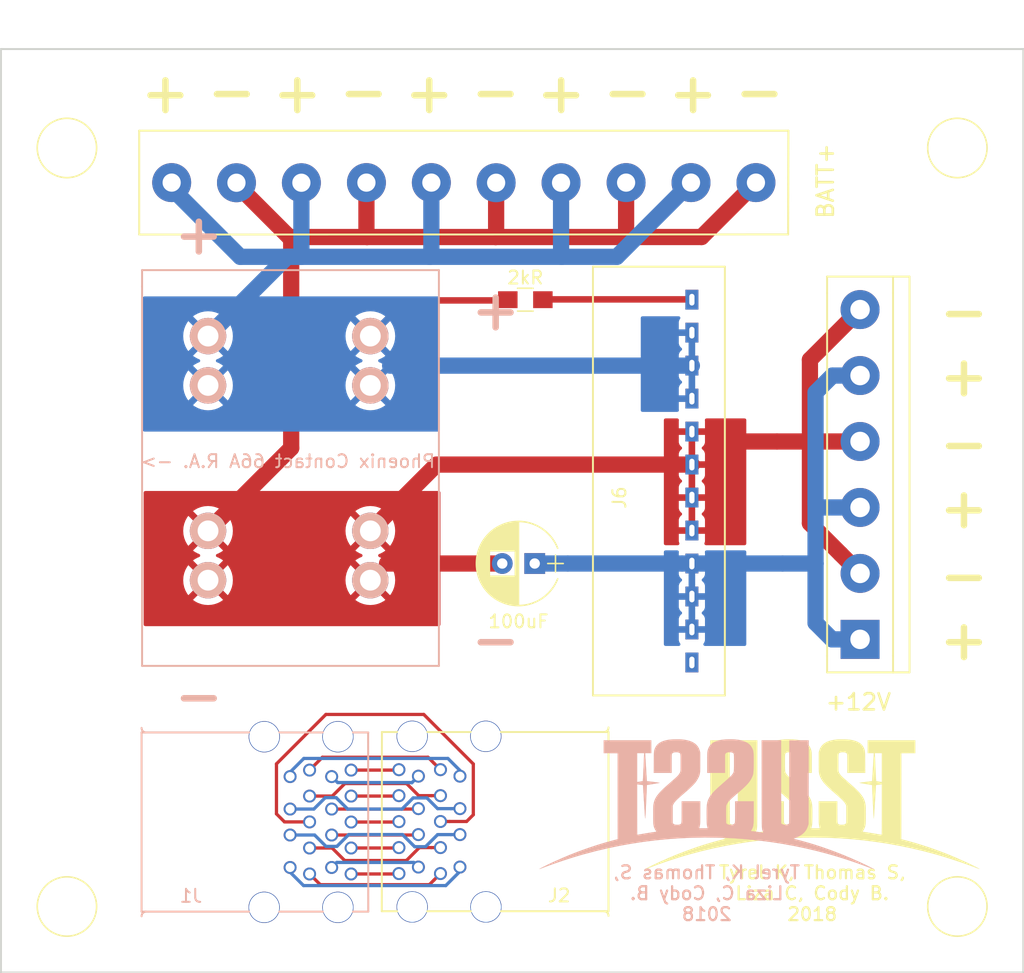
<source format=kicad_pcb>
(kicad_pcb (version 20221018) (generator pcbnew)
  (layers (0 "F.Cu" signal) (31 "B.Cu" signal) (34 "B.Paste" user) (35 "F.Paste" user) (36 "B.SilkS" user "B.Silkscreen") (37 "F.SilkS" user "F.Silkscreen") (38 "B.Mask" user) (39 "F.Mask" user) (44 "Edge.Cuts" user))
  (net 0 "")
  (net 1 "+12V")
  (net 2 "GND")
  (net 3 "Net-(J1-Pad4)")
  (net 4 "Net-(J1-Pad1)")
  (net 5 "Net-(J1-Pad2)")
  (net 6 "Net-(J1-Pad3)")
  (net 7 "Net-(J1-Pad5)")
  (net 8 "Net-(J1-Pad6)")
  (net 9 "Net-(J1-Pad7)")
  (net 10 "Net-(J1-Pad8)")
  (net 11 "Net-(J1-Pad9)")
  (net 12 "Net-(J1-Pad10)")
  (net 13 "Net-(J1-Pad11)")
  (net 14 "Net-(J1-Pad12)")
  (net 15 "Net-(J1-Pad13)")
  (net 16 "Net-(J1-Pad14)")
  (net 17 "Net-(J1-Pad15)")
  (net 18 "Net-(J1-Pad16)")
  (net 19 "Net-(J1-Pad17)")
  (net 20 "Net-(J1-Pad18)")
  (net 21 "BATT+")
  (net 22 "Net-(J6-Pad1)")
  (net 23 "Net-(J6-Pad12)")
  (footprint "Capacitors_ThroughHole:CP_Radial_D6.3mm_P2.50mm" (layer "F.Cu") (at 124.928 103.124 180)
    (fp_text reference "100uF" (at 1.25 -4.46 180) (layer "F.SilkS"))
    (fp_text value "100uF")
    (pad "1" thru_hole rect (at 0 0 180) (size 1.6 1.6) (drill 0.8) (layers "*.Cu" "*.Mask") (net 1 "+12V"))
    (pad "2" thru_hole circle (at 2.5 0 180) (size 1.6 1.6) (drill 0.8) (layers "*.Cu" "*.Mask") (net 2 "GND"))
  )
  (footprint "USST-footprints:USB-A_3.0_Stacked_WM10420-ND" (layer "F.Cu") (at 116.670272 123.572668 180)
    (fp_text reference "J2" (at -10.14 -5.12 180) (layer "F.SilkS"))
    (fp_text value "USB 3.0 A Stacked")
    (pad "" thru_hole circle (at -4.5 -6 180) (size 2.4 2.4) (drill 2.3) (layers "*.Cu" "*.Mask"))
    (pad "" thru_hole circle (at -4.49 7.14 180) (size 2.4 2.4) (drill 2.3) (layers "*.Cu" "*.Mask"))
    (pad "" thru_hole circle (at 1.18 -6 180) (size 2.4 2.4) (drill 2.3) (layers "*.Cu" "*.Mask"))
    (pad "" thru_hole circle (at 1.18 7.14 180) (size 2.4 2.4) (drill 2.3) (layers "*.Cu" "*.Mask"))
    (pad "1" thru_hole circle (at -2.5 -2.93 180) (size 1 1) (drill 0.7) (layers "*.Cu" "*.Mask") (net 4 "Net-(J1-Pad1)"))
    (pad "2" thru_hole circle (at -2.5 -0.43 180) (size 1 1) (drill 0.7) (layers "*.Cu" "*.Mask") (net 5 "Net-(J1-Pad2)"))
    (pad "3" thru_hole circle (at -2.5 1.57 180) (size 1 1) (drill 0.7) (layers "*.Cu" "*.Mask") (net 6 "Net-(J1-Pad3)"))
    (pad "4" thru_hole circle (at -2.5 4.07 180) (size 1 1) (drill 0.7) (layers "*.Cu" "*.Mask") (net 3 "Net-(J1-Pad4)"))
    (pad "5" thru_hole circle (at -1 4.57 180) (size 1 1) (drill 0.7) (layers "*.Cu" "*.Mask") (net 7 "Net-(J1-Pad5)"))
    (pad "6" thru_hole circle (at -1 2.57 180) (size 1 1) (drill 0.7) (layers "*.Cu" "*.Mask") (net 8 "Net-(J1-Pad6)"))
    (pad "7" thru_hole circle (at -1 0.58 180) (size 1 1) (drill 0.7) (layers "*.Cu" "*.Mask") (net 9 "Net-(J1-Pad7)"))
    (pad "8" thru_hole circle (at -1 -1.43 180) (size 1 1) (drill 0.7) (layers "*.Cu" "*.Mask") (net 10 "Net-(J1-Pad8)"))
    (pad "9" thru_hole circle (at -1 -3.43 180) (size 1 1) (drill 0.7) (layers "*.Cu" "*.Mask") (net 11 "Net-(J1-Pad9)"))
    (pad "10" thru_hole circle (at 0.7 -2.93 180) (size 1 1) (drill 0.7) (layers "*.Cu" "*.Mask") (net 12 "Net-(J1-Pad10)"))
    (pad "11" thru_hole circle (at 0.7 -0.43 180) (size 1 1) (drill 0.7) (layers "*.Cu" "*.Mask") (net 13 "Net-(J1-Pad11)"))
    (pad "12" thru_hole circle (at 0.7 1.57 180) (size 1 1) (drill 0.7) (layers "*.Cu" "*.Mask") (net 14 "Net-(J1-Pad12)"))
    (pad "13" thru_hole circle (at 0.7 4.07 180) (size 1 1) (drill 0.7) (layers "*.Cu" "*.Mask") (net 15 "Net-(J1-Pad13)"))
    (pad "14" thru_hole circle (at 2.2 4.57 180) (size 1 1) (drill 0.7) (layers "*.Cu" "*.Mask") (net 16 "Net-(J1-Pad14)"))
    (pad "15" thru_hole circle (at 2.2 2.57 180) (size 1 1) (drill 0.7) (layers "*.Cu" "*.Mask") (net 17 "Net-(J1-Pad15)"))
    (pad "16" thru_hole circle (at 2.2 0.57 180) (size 1 1) (drill 0.7) (layers "*.Cu" "*.Mask") (net 18 "Net-(J1-Pad16)"))
    (pad "17" thru_hole circle (at 2.2 -1.43 180) (size 1 1) (drill 0.7) (layers "*.Cu" "*.Mask") (net 19 "Net-(J1-Pad17)"))
    (pad "18" thru_hole circle (at 2.2 -3.43 180) (size 1 1) (drill 0.7) (layers "*.Cu" "*.Mask") (net 20 "Net-(J1-Pad18)"))
  )
  (footprint "USST-footprints:TerminalBlock_Pheonix_PT-5mm_6pol" (layer "F.Cu") (at 149.987 108.966 90)
    (fp_text reference "+12V" (at -4.826 -0.127 180) (layer "F.SilkS") (effects (font (size 1.25 1.25) (thickness 0.2))))
    (fp_text value "1x6 Conn +12V")
    (pad "1" thru_hole rect (at 0 0 90) (size 3 3) (drill 1.5) (layers "*.Cu" "*.Mask") (net 1 "+12V"))
    (pad "2" thru_hole circle (at 5.08 0 90) (size 3 3) (drill 1.5) (layers "*.Cu" "*.Mask") (net 2 "GND"))
    (pad "3" thru_hole circle (at 10.16 0 90) (size 3 3) (drill 1.5) (layers "*.Cu" "*.Mask") (net 1 "+12V"))
    (pad "4" thru_hole circle (at 15.24 0 90) (size 3 3) (drill 1.5) (layers "*.Cu" "*.Mask") (net 2 "GND"))
    (pad "5" thru_hole circle (at 20.32 0 90) (size 3 3) (drill 1.5) (layers "*.Cu" "*.Mask") (net 1 "+12V"))
    (pad "6" thru_hole circle (at 25.4 0 90) (size 3 3) (drill 1.5) (layers "*.Cu" "*.Mask") (net 2 "GND"))
  )
  (footprint "USST-footprints:Phoenix_Contact_Terminal_Block_1x10_1935242" (layer "F.Cu") (at 119.467 73.787)
    (fp_text reference "BATT+" (at 27.853 -0.127 90) (layer "F.SilkS") (effects (font (size 1.25 1.25) (thickness 0.2))))
    (fp_text value "1x10 Conn Batt+")
    (pad "1" thru_hole circle (at -22.5 0) (size 3 3) (drill 1.4) (layers "*.Cu" "*.Mask") (net 21 "BATT+"))
    (pad "2" thru_hole circle (at -17.51 0.01) (size 3 3) (drill 1.4) (layers "*.Cu" "*.Mask") (net 2 "GND"))
    (pad "3" thru_hole circle (at -12.51 0.01) (size 3 3) (drill 1.4) (layers "*.Cu" "*.Mask") (net 21 "BATT+"))
    (pad "4" thru_hole circle (at -7.5 0) (size 3 3) (drill 1.4) (layers "*.Cu" "*.Mask") (net 2 "GND"))
    (pad "5" thru_hole circle (at -2.5 0) (size 3 3) (drill 1.4) (layers "*.Cu" "*.Mask") (net 21 "BATT+"))
    (pad "6" thru_hole circle (at 2.49 0.01) (size 3 3) (drill 1.4) (layers "*.Cu" "*.Mask") (net 2 "GND"))
    (pad "7" thru_hole circle (at 7.49 0.01) (size 3 3) (drill 1.4) (layers "*.Cu" "*.Mask") (net 21 "BATT+"))
    (pad "8" thru_hole circle (at 12.5 0) (size 3 3) (drill 1.4) (layers "*.Cu" "*.Mask") (net 2 "GND"))
    (pad "9" thru_hole circle (at 17.5 0) (size 3 3) (drill 1.4) (layers "*.Cu" "*.Mask") (net 21 "BATT+"))
    (pad "10" thru_hole circle (at 22.5 0) (size 3 3) (drill 1.4) (layers "*.Cu" "*.Mask") (net 2 "GND"))
  )
  (footprint "USST-footprints:R-6212P_14-34VDC-12VDC_Converter" (layer "F.Cu") (at 131.953 98.044 -90)
    (fp_text reference "J6" (at 0 0.5 270) (layer "F.SilkS"))
    (fp_text value "R-6212P 12V DC Regulator")
    (pad "1" thru_hole rect (at -15.24 -5.08 270) (size 1.524 1) (drill oval 0.9 0.4) (layers "*.Cu" "*.Mask") (net 22 "Net-(J6-Pad1)"))
    (pad "2" thru_hole rect (at -12.7 -5.08 270) (size 1.524 1) (drill oval 0.9 0.4) (layers "*.Cu" "*.Mask") (net 21 "BATT+"))
    (pad "3" thru_hole rect (at -10.16 -5.08 270) (size 1.524 1) (drill oval 0.9 0.4) (layers "*.Cu" "*.Mask") (net 21 "BATT+"))
    (pad "4" thru_hole rect (at -7.62 -5.08 270) (size 1.524 1) (drill oval 0.9 0.4) (layers "*.Cu" "*.Mask") (net 21 "BATT+"))
    (pad "5" thru_hole rect (at -5.08 -5.08 270) (size 1.524 1) (drill oval 0.9 0.4) (layers "*.Cu" "*.Mask") (net 2 "GND"))
    (pad "6" thru_hole rect (at -2.54 -5.08 270) (size 1.524 1) (drill oval 0.9 0.4) (layers "*.Cu" "*.Mask") (net 2 "GND"))
    (pad "7" thru_hole rect (at 0 -5.08 270) (size 1.524 1) (drill oval 0.9 0.4) (layers "*.Cu" "*.Mask") (net 2 "GND"))
    (pad "8" thru_hole rect (at 2.54 -5.08 270) (size 1.524 1) (drill oval 0.9 0.4) (layers "*.Cu" "*.Mask") (net 2 "GND"))
    (pad "9" thru_hole rect (at 5.08 -5.08 270) (size 1.524 1) (drill oval 0.9 0.4) (layers "*.Cu" "*.Mask") (net 1 "+12V"))
    (pad "10" thru_hole rect (at 7.62 -5.08 270) (size 1.524 1) (drill oval 0.9 0.4) (layers "*.Cu" "*.Mask") (net 1 "+12V"))
    (pad "11" thru_hole rect (at 10.16 -5.08 270) (size 1.524 1) (drill oval 0.9 0.4) (layers "*.Cu" "*.Mask") (net 1 "+12V"))
    (pad "12" thru_hole rect (at 12.7 -5.08 270) (size 1.524 1) (drill oval 0.9 0.4) (layers "*.Cu" "*.Mask") (net 23 "Net-(J6-Pad12)"))
  )
  (footprint "Resistors_SMD:R_0805_HandSoldering" (layer "F.Cu") (at 124.206 82.804)
    (fp_text reference "2kR" (at 0 -1.7) (layer "F.SilkS"))
    (fp_text value "2kR")
    (pad "1" smd rect (at -1.35 0) (size 1.5 1.3) (layers "F.Cu" "F.Paste" "F.Mask") (net 21 "BATT+"))
    (pad "2" smd rect (at 1.35 0) (size 1.5 1.3) (layers "F.Cu" "F.Paste" "F.Mask") (net 22 "Net-(J6-Pad1)"))
  )
  (footprint "USST-footprints:USSTLOGO" (layer "F.Cu") (at 146.304 121.666)
    (fp_text reference "G***" hide)
    (fp_text value "LOGO" hide)
  )
  (footprint "Connect:1pin" (layer "F.Cu") (at 157.48 71.12)
    (fp_text reference "REF**" hide)
    (fp_text value "1pin" hide)
    (pad "" np_thru_hole circle (at 0 0) (size 3.2 3.2) (drill 3.2) (layers "*.Cu" "*.Mask"))
  )
  (footprint "Connect:1pin" (layer "F.Cu") (at 157.48 129.54)
    (fp_text reference "REF**" hide)
    (fp_text value "1pin" hide)
    (pad "" np_thru_hole circle (at 0 0) (size 3.2 3.2) (drill 3.2) (layers "*.Cu" "*.Mask"))
  )
  (footprint "Connect:1pin" (layer "F.Cu") (at 88.9 71.12)
    (fp_text reference "REF**" hide)
    (fp_text value "1pin" hide)
    (pad "" np_thru_hole circle (at 0 0) (size 3.2 3.2) (drill 3.2) (layers "*.Cu" "*.Mask"))
  )
  (footprint "Connect:1pin" (layer "F.Cu") (at 88.9 129.54)
    (fp_text reference "REF**" hide)
    (fp_text value "1pin" hide)
    (pad "" np_thru_hole circle (at 0 0) (size 3.2 3.2) (drill 3.2) (layers "*.Cu" "*.Mask"))
  )
  (footprint "USST-footprints:USB-A_3.0_Stacked_WM10420-ND" (layer "B.Cu") (at 108.589272 123.604668)
    (fp_text reference "J1" (at -10.14 5.12) (layer "B.SilkS") (effects (justify mirror)))
    (fp_text value "USB 3.0 A Stacked")
    (pad "" thru_hole circle (at -4.5 6) (size 2.4 2.4) (drill 2.3) (layers "*.Cu" "*.Mask"))
    (pad "" thru_hole circle (at -4.49 -7.14) (size 2.4 2.4) (drill 2.3) (layers "*.Cu" "*.Mask"))
    (pad "" thru_hole circle (at 1.18 -7.14) (size 2.4 2.4) (drill 2.3) (layers "*.Cu" "*.Mask"))
    (pad "" thru_hole circle (at 1.18 6) (size 2.4 2.4) (drill 2.3) (layers "*.Cu" "*.Mask"))
    (pad "1" thru_hole circle (at -2.5 2.93) (size 1 1) (drill 0.7) (layers "*.Cu" "*.Mask") (net 4 "Net-(J1-Pad1)"))
    (pad "2" thru_hole circle (at -2.5 0.43) (size 1 1) (drill 0.7) (layers "*.Cu" "*.Mask") (net 5 "Net-(J1-Pad2)"))
    (pad "3" thru_hole circle (at -2.5 -1.57) (size 1 1) (drill 0.7) (layers "*.Cu" "*.Mask") (net 6 "Net-(J1-Pad3)"))
    (pad "4" thru_hole circle (at -2.5 -4.07) (size 1 1) (drill 0.7) (layers "*.Cu" "*.Mask") (net 3 "Net-(J1-Pad4)"))
    (pad "5" thru_hole circle (at -1 -4.57) (size 1 1) (drill 0.7) (layers "*.Cu" "*.Mask") (net 7 "Net-(J1-Pad5)"))
    (pad "6" thru_hole circle (at -1 -2.57) (size 1 1) (drill 0.7) (layers "*.Cu" "*.Mask") (net 8 "Net-(J1-Pad6)"))
    (pad "7" thru_hole circle (at -1 -0.58) (size 1 1) (drill 0.7) (layers "*.Cu" "*.Mask") (net 9 "Net-(J1-Pad7)"))
    (pad "8" thru_hole circle (at -1 1.43) (size 1 1) (drill 0.7) (layers "*.Cu" "*.Mask") (net 10 "Net-(J1-Pad8)"))
    (pad "9" thru_hole circle (at -1 3.43) (size 1 1) (drill 0.7) (layers "*.Cu" "*.Mask") (net 11 "Net-(J1-Pad9)"))
    (pad "10" thru_hole circle (at 0.7 2.93) (size 1 1) (drill 0.7) (layers "*.Cu" "*.Mask") (net 12 "Net-(J1-Pad10)"))
    (pad "11" thru_hole circle (at 0.7 0.43) (size 1 1) (drill 0.7) (layers "*.Cu" "*.Mask") (net 13 "Net-(J1-Pad11)"))
    (pad "12" thru_hole circle (at 0.7 -1.57) (size 1 1) (drill 0.7) (layers "*.Cu" "*.Mask") (net 14 "Net-(J1-Pad12)"))
    (pad "13" thru_hole circle (at 0.7 -4.07) (size 1 1) (drill 0.7) (layers "*.Cu" "*.Mask") (net 15 "Net-(J1-Pad13)"))
    (pad "14" thru_hole circle (at 2.2 -4.57) (size 1 1) (drill 0.7) (layers "*.Cu" "*.Mask") (net 16 "Net-(J1-Pad14)"))
    (pad "15" thru_hole circle (at 2.2 -2.57) (size 1 1) (drill 0.7) (layers "*.Cu" "*.Mask") (net 17 "Net-(J1-Pad15)"))
    (pad "16" thru_hole circle (at 2.2 -0.57) (size 1 1) (drill 0.7) (layers "*.Cu" "*.Mask") (net 18 "Net-(J1-Pad16)"))
    (pad "17" thru_hole circle (at 2.2 1.43) (size 1 1) (drill 0.7) (layers "*.Cu" "*.Mask") (net 19 "Net-(J1-Pad17)"))
    (pad "18" thru_hole circle (at 2.2 3.43) (size 1 1) (drill 0.7) (layers "*.Cu" "*.Mask") (net 20 "Net-(J1-Pad18)"))
  )
  (footprint "USST-footprints:Phoenix_Contact_1770539" (layer "B.Cu") (at 99.768 85.608 -90)
    (fp_text reference "Phoenix Contact 66A R.A. ->" (at 9.642 -6.15) (layer "B.SilkS") (effects (justify mirror)))
    (fp_text value "Phoenix Contact Batt")
    (pad "1" thru_hole circle (at 0 -12.5 270) (size 2.8 2.8) (drill 1.6) (layers "*.Cu" "*.Mask" "B.SilkS") (net 21 "BATT+"))
    (pad "1" thru_hole circle (at 0 0 270) (size 2.8 2.8) (drill 1.6) (layers "*.Cu" "*.Mask" "B.SilkS") (net 21 "BATT+"))
    (pad "1" thru_hole circle (at 3.8 -12.5 270) (size 2.8 2.8) (drill 1.6) (layers "*.Cu" "*.Mask" "B.SilkS") (net 21 "BATT+"))
    (pad "1" thru_hole circle (at 3.8 0 270) (size 2.8 2.8) (drill 1.6) (layers "*.Cu" "*.Mask" "B.SilkS") (net 21 "BATT+"))
    (pad "2" thru_hole circle (at 15 -12.5 270) (size 2.8 2.8) (drill 1.6) (layers "*.Cu" "*.Mask" "B.SilkS") (net 2 "GND"))
    (pad "2" thru_hole circle (at 15 0 270) (size 2.8 2.8) (drill 1.6) (layers "*.Cu" "*.Mask" "B.SilkS") (net 2 "GND"))
    (pad "2" thru_hole circle (at 18.8 -12.5 270) (size 2.8 2.8) (drill 1.6) (layers "*.Cu" "*.Mask" "B.SilkS") (net 2 "GND"))
    (pad "2" thru_hole circle (at 18.8 0 270) (size 2.8 2.8) (drill 1.6) (layers "*.Cu" "*.Mask" "B.SilkS") (net 2 "GND"))
  )
  (footprint "USST-footprints:USSTLOGO" (layer "B.Cu") (at 138.176 121.666 180)
    (fp_text reference "G***" hide)
    (fp_text value "LOGO" hide)
  )
  (gr_line (start 162.56 134.62) (end 162.56 63.5) (stroke (width 0.15)) (layer "Edge.Cuts"))
  (gr_line (start 83.82 63.5) (end 83.82 134.62) (stroke (width 0.15)) (layer "Edge.Cuts"))
  (gr_line (start 83.82 134.62) (end 162.56 134.62) (stroke (width 0.15)) (layer "Edge.Cuts"))
  (gr_line (start 162.56 63.5) (end 83.82 63.5) (stroke (width 0.15)) (layer "Edge.Cuts"))
  (gr_text "+" (at 121.92 83.566) (layer "B.SilkS") (effects (font (size 3 3) (thickness 0.5)) (justify mirror)))
  (gr_text "-" (at 121.92 108.966) (layer "B.SilkS") (effects (font (size 3 3) (thickness 0.5)) (justify mirror)))
  (gr_text "Tyrel K, Thomas S,\nLiza C, Cody B.\n2018" (at 138.176 128.524) (layer "B.SilkS") (effects (font (size 1 1) (thickness 0.17)) (justify mirror)))
  (gr_text "+" (at 99.06 77.724) (layer "B.SilkS") (effects (font (size 3 3) (thickness 0.5)) (justify mirror)))
  (gr_text "-" (at 99.06 113.284) (layer "B.SilkS") (effects (font (size 3 3) (thickness 0.5)) (justify mirror)))
  (gr_text "+" (at 157.988 98.806) (layer "F.SilkS") (effects (font (size 3 3) (thickness 0.5)) (justify mirror)))
  (gr_text "+" (at 157.988 108.966) (layer "F.SilkS") (effects (font (size 3 3) (thickness 0.5)) (justify mirror)))
  (gr_text "-\n\n" (at 157.988 106.426) (layer "F.SilkS") (effects (font (size 3 3) (thickness 0.5)) (justify mirror)))
  (gr_text "-\n\n" (at 157.988 96.266) (layer "F.SilkS") (effects (font (size 3 3) (thickness 0.5)) (justify mirror)))
  (gr_text "-\n\n" (at 157.988 86.106) (layer "F.SilkS") (effects (font (size 3 3) (thickness 0.5)) (justify mirror)))
  (gr_text "+" (at 116.586 67.056 90) (layer "F.SilkS") (effects (font (size 3 3) (thickness 0.5)) (justify mirror)))
  (gr_text "-\n\n" (at 111.76 64.77 180) (layer "F.SilkS") (effects (font (size 3 3) (thickness 0.5)) (justify mirror)))
  (gr_text "+" (at 126.746 67.056 90) (layer "F.SilkS") (effects (font (size 3 3) (thickness 0.5)) (justify mirror)))
  (gr_text "+" (at 136.906 67.056 90) (layer "F.SilkS") (effects (font (size 3 3) (thickness 0.5)) (justify mirror)))
  (gr_text "-\n\n" (at 132.08 64.77 180) (layer "F.SilkS") (effects (font (size 3 3) (thickness 0.5)) (justify mirror)))
  (gr_text "-\n\n" (at 121.92 64.77 180) (layer "F.SilkS") (effects (font (size 3 3) (thickness 0.5)) (justify mirror)))
  (gr_text "-\n\n" (at 142.24 64.77 180) (layer "F.SilkS") (effects (font (size 3 3) (thickness 0.5)) (justify mirror)))
  (gr_text "+" (at 106.426 67.056 90) (layer "F.SilkS") (effects (font (size 3 3) (thickness 0.5)) (justify mirror)))
  (gr_text "-\n\n" (at 101.6 64.77 180) (layer "F.SilkS") (effects (font (size 3 3) (thickness 0.5)) (justify mirror)))
  (gr_text "+" (at 96.266 67.056 90) (layer "F.SilkS") (effects (font (size 3 3) (thickness 0.5)) (justify mirror)))
  (gr_text "Tyrel K, Thomas S,\nLiza C, Cody B.\n2018" (at 146.304 128.524) (layer "F.SilkS") (effects (font (size 1 1) (thickness 0.17))))
  (gr_text "+" (at 157.988 88.646) (layer "F.SilkS") (effects (font (size 3 3) (thickness 0.5)) (justify mirror)))
  (segment (start 127.474 103.124) (end 124.928 103.124) (width 1.25) (layer "B.Cu") (net 1))
  (segment (start 144.018 103.124) (end 137.033 103.124) (width 1.25) (layer "B.Cu") (net 1))
  (segment (start 146.558 98.609514) (end 146.754486 98.806) (width 1.25) (layer "B.Cu") (net 1))
  (segment (start 146.558 98.298) (end 146.558 103.124) (width 1.25) (layer "B.Cu") (net 1))
  (segment (start 149.987 88.646) (end 147.86568 88.646) (width 1.25) (layer "B.Cu") (net 1))
  (segment (start 146.558 107.696) (end 147.828 108.966) (width 1.25) (layer "B.Cu") (net 1))
  (segment (start 127.474 103.124) (end 136.283 103.124) (width 1.25) (layer "B.Cu") (net 1))
  (segment (start 146.754486 98.806) (end 149.987 98.806) (width 1.25) (layer "B.Cu") (net 1))
  (segment (start 136.283 103.124) (end 137.033 103.124) (width 1.25) (layer "B.Cu") (net 1))
  (segment (start 146.558 103.124) (end 146.558 107.696) (width 1.25) (layer "B.Cu") (net 1))
  (segment (start 147.828 108.966) (end 149.987 108.966) (width 1.25) (layer "B.Cu") (net 1))
  (segment (start 144.018 103.124) (end 146.558 103.124) (width 1.25) (layer "B.Cu") (net 1))
  (segment (start 146.558 98.298) (end 146.558 98.609514) (width 1.25) (layer "B.Cu") (net 1))
  (segment (start 146.558 89.95368) (end 146.558 98.298) (width 1.25) (layer "B.Cu") (net 1))
  (segment (start 147.86568 88.646) (end 146.558 89.95368) (width 1.25) (layer "B.Cu") (net 1))
  (segment (start 122.428 103.124) (end 113.552 103.124) (width 1.25) (layer "F.Cu") (net 2))
  (segment (start 112.014 77.978) (end 121.92 77.978) (width 1.25) (layer "F.Cu") (net 2))
  (segment (start 106.014503 77.978) (end 101.957 73.920497) (width 1.25) (layer "F.Cu") (net 2))
  (segment (start 145.870776 93.726) (end 146.124776 93.98) (width 0.25) (layer "F.Cu") (net 2))
  (segment (start 143.584776 93.726) (end 139.446 93.726) (width 1.25) (layer "F.Cu") (net 2))
  (segment (start 137.776 77.978) (end 141.967 73.787) (width 1.25) (layer "F.Cu") (net 2))
  (segment (start 146.124776 87.428224) (end 146.124776 93.726) (width 1.25) (layer "F.Cu") (net 2))
  (segment (start 106.172 77.978) (end 106.014503 77.978) (width 1.25) (layer "F.Cu") (net 2))
  (segment (start 146.378776 93.726) (end 149.987 93.726) (width 1.25) (layer "F.Cu") (net 2))
  (segment (start 106.172 94.234) (end 106.172 77.978) (width 1.25) (layer "F.Cu") (net 2))
  (segment (start 112.292 100.584) (end 112.268 100.608) (width 0.25) (layer "F.Cu") (net 2))
  (segment (start 121.92 77.978) (end 121.957 77.941) (width 1.25) (layer "F.Cu") (net 2))
  (segment (start 148.487001 102.386001) (end 149.987 103.886) (width 1.25) (layer "F.Cu") (net 2))
  (segment (start 146.124776 93.98) (end 146.124776 100.023776) (width 1.25) (layer "F.Cu") (net 2))
  (segment (start 121.92 77.978) (end 132.08 77.978) (width 1.25) (layer "F.Cu") (net 2))
  (segment (start 146.124776 93.726) (end 146.124776 93.98) (width 1.25) (layer "F.Cu") (net 2))
  (segment (start 112.268 100.608) (end 112.385282 100.608) (width 0.25) (layer "F.Cu") (net 2))
  (segment (start 101.957 73.920497) (end 101.957 73.797) (width 1.25) (layer "F.Cu") (net 2))
  (segment (start 101.197999 99.208001) (end 106.172 94.234) (width 1.25) (layer "F.Cu") (net 2))
  (segment (start 149.987 83.566) (end 146.124776 87.428224) (width 1.25) (layer "F.Cu") (net 2))
  (segment (start 121.957 77.941) (end 121.957 73.797) (width 1.25) (layer "F.Cu") (net 2))
  (segment (start 143.584776 93.726) (end 145.870776 93.726) (width 1.25) (layer "F.Cu") (net 2))
  (segment (start 113.552 103.124) (end 112.268 104.408) (width 0.25) (layer "F.Cu") (net 2))
  (segment (start 132.08 77.978) (end 131.967 77.865) (width 1.25) (layer "F.Cu") (net 2))
  (segment (start 101.167999 99.208001) (end 101.197999 99.208001) (width 1.25) (layer "F.Cu") (net 2))
  (segment (start 146.124776 100.023776) (end 148.487001 102.386001) (width 1.25) (layer "F.Cu") (net 2))
  (segment (start 132.08 77.978) (end 137.776 77.978) (width 1.25) (layer "F.Cu") (net 2))
  (segment (start 137.033 95.504) (end 117.372 95.504) (width 1.25) (layer "F.Cu") (net 2))
  (segment (start 111.967 77.931) (end 111.967 73.787) (width 1.25) (layer "F.Cu") (net 2))
  (segment (start 117.372 95.504) (end 112.268 100.608) (width 1.25) (layer "F.Cu") (net 2))
  (segment (start 131.967 77.865) (end 131.967 73.787) (width 1.25) (layer "F.Cu") (net 2))
  (segment (start 106.172 77.978) (end 112.014 77.978) (width 1.25) (layer "F.Cu") (net 2))
  (segment (start 99.768 100.608) (end 101.167999 99.208001) (width 1.25) (layer "F.Cu") (net 2))
  (segment (start 146.378776 93.726) (end 146.124776 93.726) (width 1.25) (layer "F.Cu") (net 2))
  (segment (start 112.014 77.978) (end 111.967 77.931) (width 1.25) (layer "F.Cu") (net 2))
  (segment (start 119.170272 119.064751) (end 119.170272 119.502668) (width 0.25) (layer "B.Cu") (net 3))
  (segment (start 106.089272 119.192674) (end 107.144093 118.137853) (width 0.25) (layer "B.Cu") (net 3))
  (segment (start 118.243374 118.137853) (end 119.170272 119.064751) (width 0.25) (layer "B.Cu") (net 3))
  (segment (start 106.089272 119.534668) (end 106.089272 119.192674) (width 0.25) (layer "B.Cu") (net 3))
  (segment (start 107.144093 118.137853) (end 118.243374 118.137853) (width 0.25) (layer "B.Cu") (net 3))
  (segment (start 106.089272 126.895455) (end 107.122519 127.928702) (width 0.25) (layer "B.Cu") (net 4))
  (segment (start 107.122519 127.928702) (end 118.077384 127.928702) (width 0.25) (layer "B.Cu") (net 4))
  (segment (start 118.077384 127.928702) (end 119.170272 126.835814) (width 0.25) (layer "B.Cu") (net 4))
  (segment (start 119.170272 126.835814) (end 119.170272 126.502668) (width 0.25) (layer "B.Cu") (net 4))
  (segment (start 106.089272 126.534668) (end 106.089272 126.895455) (width 0.25) (layer "B.Cu") (net 4))
  (segment (start 115.67989 124.933288) (end 116.51865 124.933288) (width 0.25) (layer "B.Cu") (net 5))
  (segment (start 116.51865 124.933288) (end 117.44927 124.002668) (width 0.25) (layer "B.Cu") (net 5))
  (segment (start 110.604985 123.997953) (end 114.744555 123.997953) (width 0.25) (layer "B.Cu") (net 5))
  (segment (start 108.852927 124.910952) (end 109.691986 124.910952) (width 0.25) (layer "B.Cu") (net 5))
  (segment (start 114.744555 123.997953) (end 115.67989 124.933288) (width 0.25) (layer "B.Cu") (net 5))
  (segment (start 107.976643 124.034668) (end 108.852927 124.910952) (width 0.25) (layer "B.Cu") (net 5))
  (segment (start 118.463166 124.002668) (end 119.170272 124.002668) (width 0.25) (layer "B.Cu") (net 5))
  (segment (start 117.44927 124.002668) (end 118.463166 124.002668) (width 0.25) (layer "B.Cu") (net 5))
  (segment (start 106.089272 124.034668) (end 107.976643 124.034668) (width 0.25) (layer "B.Cu") (net 5))
  (segment (start 109.691986 124.910952) (end 110.604985 123.997953) (width 0.25) (layer "B.Cu") (net 5))
  (segment (start 106.089272 122.034668) (end 107.919261 122.034668) (width 0.25) (layer "B.Cu") (net 6))
  (segment (start 117.44927 122.002668) (end 118.463166 122.002668) (width 0.25) (layer "B.Cu") (net 6))
  (segment (start 116.624269 121.177667) (end 117.44927 122.002668) (width 0.25) (layer "B.Cu") (net 6))
  (segment (start 114.706208 122.036698) (end 115.565239 121.177667) (width 0.25) (layer "B.Cu") (net 6))
  (segment (start 107.919261 122.034668) (end 108.798282 121.155647) (width 0.25) (layer "B.Cu") (net 6))
  (segment (start 115.565239 121.177667) (end 116.624269 121.177667) (width 0.25) (layer "B.Cu") (net 6))
  (segment (start 118.463166 122.002668) (end 119.170272 122.002668) (width 0.25) (layer "B.Cu") (net 6))
  (segment (start 108.798282 121.155647) (end 109.636381 121.155647) (width 0.25) (layer "B.Cu") (net 6))
  (segment (start 109.636381 121.155647) (end 110.517432 122.036698) (width 0.25) (layer "B.Cu") (net 6))
  (segment (start 110.517432 122.036698) (end 114.706208 122.036698) (width 0.25) (layer "B.Cu") (net 6))
  (segment (start 117.170273 118.502669) (end 117.670272 119.002668) (width 0.25) (layer "F.Cu") (net 7))
  (segment (start 108.578428 118.045512) (end 116.713116 118.045512) (width 0.25) (layer "F.Cu") (net 7))
  (segment (start 107.589272 119.034668) (end 108.578428 118.045512) (width 0.25) (layer "F.Cu") (net 7))
  (segment (start 116.713116 118.045512) (end 117.170273 118.502669) (width 0.25) (layer "F.Cu") (net 7))
  (segment (start 115.060041 120.07107) (end 115.991639 121.002668) (width 0.25) (layer "F.Cu") (net 8))
  (segment (start 109.340363 121.034668) (end 110.303961 120.07107) (width 0.25) (layer "F.Cu") (net 8))
  (segment (start 116.963166 121.002668) (end 117.670272 121.002668) (width 0.25) (layer "F.Cu") (net 8))
  (segment (start 110.303961 120.07107) (end 115.060041 120.07107) (width 0.25) (layer "F.Cu") (net 8))
  (segment (start 107.589272 121.034668) (end 109.340363 121.034668) (width 0.25) (layer "F.Cu") (net 8))
  (segment (start 115.991639 121.002668) (end 116.963166 121.002668) (width 0.25) (layer "F.Cu") (net 8))
  (segment (start 105.038154 122.404768) (end 105.038154 118.554438) (width 0.25) (layer "F.Cu") (net 9))
  (segment (start 120.198871 122.474075) (end 119.680278 122.992668) (width 0.25) (layer "F.Cu") (net 9))
  (segment (start 105.658054 123.024668) (end 105.038154 122.404768) (width 0.25) (layer "F.Cu") (net 9))
  (segment (start 105.038154 118.554438) (end 108.843992 114.7486) (width 0.25) (layer "F.Cu") (net 9))
  (segment (start 118.377378 122.992668) (end 117.670272 122.992668) (width 0.25) (layer "F.Cu") (net 9))
  (segment (start 108.843992 114.7486) (end 116.383715 114.7486) (width 0.25) (layer "F.Cu") (net 9))
  (segment (start 120.198871 118.563756) (end 120.198871 122.474075) (width 0.25) (layer "F.Cu") (net 9))
  (segment (start 116.383715 114.7486) (end 120.198871 118.563756) (width 0.25) (layer "F.Cu") (net 9))
  (segment (start 107.589272 123.024668) (end 105.658054 123.024668) (width 0.25) (layer "F.Cu") (net 9))
  (segment (start 119.680278 122.992668) (end 118.377378 122.992668) (width 0.25) (layer "F.Cu") (net 9))
  (segment (start 116.042934 125.002668) (end 116.963166 125.002668) (width 0.25) (layer "F.Cu") (net 10))
  (segment (start 115.047652 125.99795) (end 116.042934 125.002668) (width 0.25) (layer "F.Cu") (net 10))
  (segment (start 109.324521 125.034668) (end 110.287803 125.99795) (width 0.25) (layer "F.Cu") (net 10))
  (segment (start 110.287803 125.99795) (end 115.047652 125.99795) (width 0.25) (layer "F.Cu") (net 10))
  (segment (start 107.589272 125.034668) (end 109.324521 125.034668) (width 0.25) (layer "F.Cu") (net 10))
  (segment (start 116.963166 125.002668) (end 117.670272 125.002668) (width 0.25) (layer "F.Cu") (net 10))
  (segment (start 107.589272 127.034668) (end 108.414273 127.859669) (width 0.25) (layer "F.Cu") (net 11))
  (segment (start 117.170273 127.502667) (end 117.670272 127.002668) (width 0.25) (layer "F.Cu") (net 11))
  (segment (start 108.414273 127.859669) (end 116.813271 127.859669) (width 0.25) (layer "F.Cu") (net 11))
  (segment (start 116.813271 127.859669) (end 117.170273 127.502667) (width 0.25) (layer "F.Cu") (net 11))
  (segment (start 115.613587 126.145983) (end 115.970272 126.502668) (width 0.25) (layer "B.Cu") (net 12))
  (segment (start 109.677957 126.145983) (end 115.613587 126.145983) (width 0.25) (layer "B.Cu") (net 12))
  (segment (start 109.289272 126.534668) (end 109.677957 126.145983) (width 0.25) (layer "B.Cu") (net 12))
  (segment (start 109.289272 124.034668) (end 115.938272 124.034668) (width 0.25) (layer "F.Cu") (net 13))
  (segment (start 115.938272 124.034668) (end 115.970272 124.002668) (width 0.25) (layer "F.Cu") (net 13))
  (segment (start 109.289272 122.034668) (end 115.938272 122.034668) (width 0.25) (layer "F.Cu") (net 14))
  (segment (start 115.938272 122.034668) (end 115.970272 122.002668) (width 0.25) (layer "F.Cu") (net 14))
  (segment (start 109.7491 119.994496) (end 115.462102 119.994496) (width 0.25) (layer "B.Cu") (net 15))
  (segment (start 109.289272 119.534668) (end 109.7491 119.994496) (width 0.25) (layer "B.Cu") (net 15))
  (segment (start 115.462102 119.994496) (end 115.470273 120.002667) (width 0.25) (layer "B.Cu") (net 15))
  (segment (start 115.470273 120.002667) (end 115.970272 119.502668) (width 0.25) (layer "B.Cu") (net 15))
  (segment (start 110.789272 119.034668) (end 114.438272 119.034668) (width 0.25) (layer "F.Cu") (net 16))
  (segment (start 114.438272 119.034668) (end 114.470272 119.002668) (width 0.25) (layer "F.Cu") (net 16))
  (segment (start 110.789272 121.034668) (end 114.438272 121.034668) (width 0.25) (layer "F.Cu") (net 17))
  (segment (start 114.438272 121.034668) (end 114.470272 121.002668) (width 0.25) (layer "F.Cu") (net 17))
  (segment (start 114.438272 123.034668) (end 114.470272 123.002668) (width 0.25) (layer "F.Cu") (net 18))
  (segment (start 110.789272 123.034668) (end 114.438272 123.034668) (width 0.25) (layer "F.Cu") (net 18))
  (segment (start 114.438272 125.034668) (end 114.470272 125.002668) (width 0.25) (layer "F.Cu") (net 19))
  (segment (start 110.789272 125.034668) (end 114.438272 125.034668) (width 0.25) (layer "F.Cu") (net 19))
  (segment (start 114.438272 127.034668) (end 114.470272 127.002668) (width 0.25) (layer "F.Cu") (net 20))
  (segment (start 110.789272 127.034668) (end 114.438272 127.034668) (width 0.25) (layer "F.Cu") (net 20))
  (segment (start 112.268 85.608) (end 115.015245 82.860755) (width 0.5) (layer "F.Cu") (net 21))
  (segment (start 122.465245 82.860755) (end 122.776 82.55) (width 0.5) (layer "F.Cu") (net 21))
  (segment (start 115.015245 82.860755) (end 122.465245 82.860755) (width 0.5) (layer "F.Cu") (net 21))
  (segment (start 137.033 87.884) (end 113.792 87.884) (width 1.25) (layer "B.Cu") (net 21))
  (segment (start 106.68 79.502) (end 105.874 79.502) (width 1.25) (layer "B.Cu") (net 21))
  (segment (start 96.967 74.221874) (end 102.247126 79.502) (width 1.25) (layer "B.Cu") (net 21))
  (segment (start 105.874 79.502) (end 99.768 85.608) (width 1.25) (layer "B.Cu") (net 21))
  (segment (start 106.934 79.502) (end 106.957 79.479) (width 1.25) (layer "B.Cu") (net 21))
  (segment (start 106.934 79.502) (end 106.68 79.502) (width 1.25) (layer "B.Cu") (net 21))
  (segment (start 106.957 79.479) (end 106.957 73.797) (width 1.25) (layer "B.Cu") (net 21))
  (segment (start 113.792 87.884) (end 112.268 89.408) (width 0.25) (layer "B.Cu") (net 21))
  (segment (start 112.532 85.344) (end 112.268 85.608) (width 1.25) (layer "B.Cu") (net 21))
  (segment (start 96.967 73.787) (end 96.967 74.221874) (width 1.25) (layer "B.Cu") (net 21))
  (segment (start 126.957 79.459) (end 126.957 73.797) (width 1.25) (layer "B.Cu") (net 21))
  (segment (start 127 79.502) (end 126.957 79.459) (width 1.25) (layer "B.Cu") (net 21))
  (segment (start 116.84 79.502) (end 127 79.502) (width 1.25) (layer "B.Cu") (net 21))
  (segment (start 116.84 79.502) (end 116.967 79.375) (width 1.25) (layer "B.Cu") (net 21))
  (segment (start 106.68 79.502) (end 116.84 79.502) (width 1.25) (layer "B.Cu") (net 21))
  (segment (start 131.252 79.502) (end 136.967 73.787) (width 1.25) (layer "B.Cu") (net 21))
  (segment (start 102.247126 79.502) (end 106.934 79.502) (width 1.25) (layer "B.Cu") (net 21))
  (segment (start 116.967 79.375) (end 116.967 73.787) (width 1.25) (layer "B.Cu") (net 21))
  (segment (start 113.284 90.424) (end 112.268 89.408) (width 0.5) (layer "B.Cu") (net 21))
  (segment (start 127 79.502) (end 131.252 79.502) (width 1.25) (layer "B.Cu") (net 21))
  (segment (start 125.476 82.55) (end 125.706989 82.780989) (width 0.5) (layer "F.Cu") (net 22))
  (segment (start 137.009989 82.780989) (end 137.033 82.804) (width 0.5) (layer "F.Cu") (net 22))
  (segment (start 137.033 82.635454) (end 137.033 82.804) (width 0.25) (layer "F.Cu") (net 22))
  (segment (start 136.947546 82.55) (end 137.033 82.635454) (width 0.25) (layer "F.Cu") (net 22))
  (segment (start 125.706989 82.780989) (end 137.009989 82.780989) (width 0.5) (layer "F.Cu") (net 22))
  (zone (net 2) (net_name "GND") (layer "F.Cu") (connect_pads (clearance 0.508)) (min_thickness 0.254) (fill yes (thermal_gap 0.508) (thermal_bridge_width 0.508))
    (polygon (pts (xy 94.809595 97.536) (xy 117.669595 97.536) (xy 117.669595 107.95) (xy 94.809595 107.95)))
  )
  (zone (net 2) (net_name "GND") (layer "F.Cu") (connect_pads (clearance 0.508)) (min_thickness 0.254) (fill yes (thermal_gap 0.508) (thermal_bridge_width 0.508))
    (polygon (pts (xy 134.874 91.948) (xy 134.874 101.715366) (xy 137.922 101.715366) (xy 141.224 101.715366) (xy 141.224 91.948)))
  )
  (zone (net 21) (net_name "BATT+") (layer "B.Cu") (connect_pads (clearance 0.508)) (min_thickness 0.254) (fill yes (thermal_gap 0.508) (thermal_bridge_width 0.508))
    (polygon (pts (xy 138.176 91.447312) (xy 138.176 84.081312) (xy 136.398 84.081312) (xy 133.096 84.081312) (xy 133.096 91.447312)))
  )
  (zone (net 21) (net_name "BATT+") (layer "B.Cu") (connect_pads (clearance 0.508)) (min_thickness 0.254) (fill yes (thermal_gap 0.508) (thermal_bridge_width 0.508))
    (polygon (pts (xy 94.742 82.55) (xy 117.602 82.55) (xy 117.602 92.964) (xy 94.742 92.964)))
  )
  (zone (net 1) (net_name "+12V") (layer "B.Cu") (connect_pads (clearance 0.508)) (min_thickness 0.254) (fill yes (thermal_gap 0.508) (thermal_bridge_width 0.508))
    (polygon (pts (xy 134.874 102.108) (xy 134.874 109.474) (xy 137.922 109.474) (xy 141.224 109.474) (xy 141.224 102.108)))
  )
)
</source>
